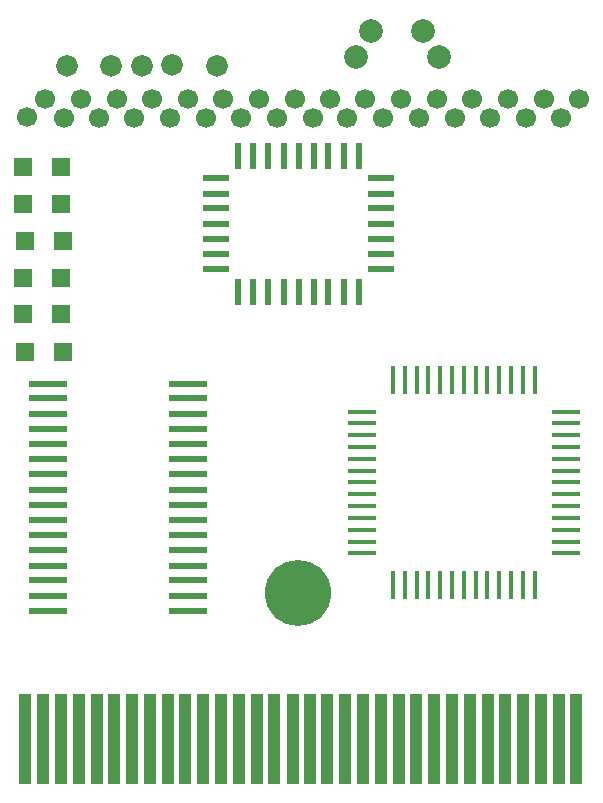
<source format=gbr>
%TF.GenerationSoftware,KiCad,Pcbnew,(6.0.2)*%
%TF.CreationDate,2022-10-22T11:53:18-05:00*%
%TF.ProjectId,REF1222 Optimized,52454631-3232-4322-904f-7074696d697a,rev?*%
%TF.SameCoordinates,Original*%
%TF.FileFunction,Soldermask,Top*%
%TF.FilePolarity,Negative*%
%FSLAX46Y46*%
G04 Gerber Fmt 4.6, Leading zero omitted, Abs format (unit mm)*
G04 Created by KiCad (PCBNEW (6.0.2)) date 2022-10-22 11:53:18*
%MOMM*%
%LPD*%
G01*
G04 APERTURE LIST*
%ADD10O,2.460000X0.360000*%
%ADD11O,0.360000X2.460000*%
%ADD12R,1.500000X1.500000*%
%ADD13C,1.700000*%
%ADD14R,1.030000X7.580000*%
%ADD15C,5.600000*%
%ADD16R,2.220000X0.600000*%
%ADD17R,0.600000X2.220000*%
%ADD18C,2.000000*%
%ADD19C,1.830000*%
%ADD20R,3.250000X0.600000*%
G04 APERTURE END LIST*
D10*
%TO.C,U3*%
X150184000Y-95791000D03*
X150184000Y-96791000D03*
X150184000Y-97791000D03*
X150184000Y-98791000D03*
X150184000Y-99791000D03*
X150184000Y-100791000D03*
X150184000Y-101791000D03*
X150184000Y-102791000D03*
X150184000Y-103791000D03*
X150184000Y-104791000D03*
X150184000Y-105791000D03*
X150184000Y-106791000D03*
X150184000Y-107791000D03*
D11*
X152834000Y-110441000D03*
X153834000Y-110441000D03*
X154834000Y-110441000D03*
X155834000Y-110441000D03*
X156834000Y-110441000D03*
X157834000Y-110441000D03*
X158834000Y-110441000D03*
X159834000Y-110441000D03*
X160834000Y-110441000D03*
X161834000Y-110441000D03*
X162834000Y-110441000D03*
X163834000Y-110441000D03*
X164834000Y-110441000D03*
D10*
X167484000Y-107791000D03*
X167484000Y-106791000D03*
X167484000Y-105791000D03*
X167484000Y-104791000D03*
X167484000Y-103791000D03*
X167484000Y-102791000D03*
X167484000Y-101791000D03*
X167484000Y-100791000D03*
X167484000Y-99791000D03*
X167484000Y-98791000D03*
X167484000Y-97791000D03*
X167484000Y-96791000D03*
X167484000Y-95791000D03*
D11*
X164834000Y-93141000D03*
X163834000Y-93141000D03*
X162834000Y-93141000D03*
X161834000Y-93141000D03*
X160834000Y-93141000D03*
X159834000Y-93141000D03*
X158834000Y-93141000D03*
X157834000Y-93141000D03*
X156834000Y-93141000D03*
X155834000Y-93141000D03*
X154834000Y-93141000D03*
X153834000Y-93141000D03*
X152834000Y-93141000D03*
%TD*%
D12*
%TO.C,R1*%
X121529500Y-78239000D03*
X124746500Y-78241000D03*
%TD*%
D13*
%TO.C,J2*%
X168562000Y-69352000D03*
X167054000Y-70902000D03*
X165586000Y-69347000D03*
X164080000Y-70903000D03*
X162568000Y-69354000D03*
X161064000Y-70903000D03*
X159555000Y-69353000D03*
X158085000Y-70902000D03*
X156542000Y-69354000D03*
X155030000Y-70902000D03*
X153523000Y-69352000D03*
X152014000Y-70902000D03*
X150507000Y-69353000D03*
X148960000Y-70900000D03*
X147530000Y-69352000D03*
X146022000Y-70899000D03*
X144513000Y-69312300D03*
X143004800Y-70899800D03*
X141498000Y-69311000D03*
X139988600Y-70899800D03*
X138482000Y-69314000D03*
X137015000Y-70899000D03*
X135464200Y-69312300D03*
X133915000Y-70899000D03*
X132449000Y-69311000D03*
X130938000Y-70901000D03*
X129427000Y-69349000D03*
X127923000Y-70898000D03*
X126453000Y-69350000D03*
X124949000Y-70902000D03*
X123401000Y-69351000D03*
X121890000Y-70859000D03*
%TD*%
D12*
%TO.C,C2*%
X121654000Y-81335000D03*
X124871000Y-81337000D03*
%TD*%
%TO.C,R2*%
X121533000Y-84511000D03*
X124750000Y-84513000D03*
%TD*%
%TO.C,C1*%
X121532500Y-75063000D03*
X124749500Y-75065000D03*
%TD*%
D14*
%TO.C,J1*%
X121694000Y-123521000D03*
X123237000Y-123521000D03*
X124744000Y-123516000D03*
X126254000Y-123512000D03*
X127761000Y-123512000D03*
X129232000Y-123512000D03*
X130739000Y-123512000D03*
X132245000Y-123512000D03*
X133752000Y-123494000D03*
X135258000Y-123504000D03*
X136765000Y-123504000D03*
X138272000Y-123516000D03*
X139790000Y-123516000D03*
X141294000Y-123521000D03*
X142801000Y-123521000D03*
X144344000Y-123521000D03*
X145815000Y-123521000D03*
X147286000Y-123521000D03*
X148811000Y-123521000D03*
X150301000Y-123511000D03*
X151808000Y-123511000D03*
X153315000Y-123511000D03*
X154822000Y-123511000D03*
X156339000Y-123509000D03*
X157846000Y-123509000D03*
X159389000Y-123520000D03*
X160872000Y-123520000D03*
X162362000Y-123503000D03*
X163881000Y-123503000D03*
X165340000Y-123503000D03*
X166859000Y-123515000D03*
X168366000Y-123515000D03*
%TD*%
D15*
%TO.C,Hole*%
X144792000Y-111181000D03*
%TD*%
D16*
%TO.C,U1*%
X151845000Y-79900000D03*
X151842000Y-78589000D03*
X151845000Y-77362000D03*
X151845000Y-76044000D03*
D17*
X149943000Y-74148000D03*
X148673000Y-74143000D03*
X147362000Y-74145000D03*
X146130000Y-74143000D03*
X144866000Y-74143000D03*
X143590000Y-74143000D03*
X142280000Y-74148000D03*
X141012000Y-74145000D03*
X139740000Y-74145000D03*
D16*
X137835000Y-76050000D03*
X137837000Y-77359000D03*
X137835000Y-78587000D03*
X137835000Y-79900000D03*
X137835000Y-81167000D03*
X137835000Y-82478000D03*
X137835000Y-83747000D03*
D17*
X139741000Y-85653000D03*
X141013000Y-85653000D03*
X142285000Y-85654000D03*
X143590000Y-85654000D03*
X144859000Y-85654000D03*
X146131000Y-85654000D03*
X147363000Y-85653000D03*
X148670000Y-85655000D03*
X149942000Y-85651000D03*
D16*
X151845000Y-83746000D03*
X151845000Y-82483000D03*
X151845000Y-81206000D03*
%TD*%
D12*
%TO.C,C3*%
X121652000Y-90739000D03*
X124869000Y-90741000D03*
%TD*%
D18*
%TO.C,SW1*%
X149668800Y-65737400D03*
X150942800Y-63553400D03*
X155383800Y-63557400D03*
X156693800Y-65742400D03*
%TD*%
D12*
%TO.C,R3*%
X121530000Y-87565000D03*
X124747000Y-87567000D03*
%TD*%
D19*
%TO.C,J3*%
X128995000Y-66492000D03*
X131573000Y-66489000D03*
X134116000Y-66484000D03*
X125222000Y-66490000D03*
X137966000Y-66491000D03*
%TD*%
D20*
%TO.C,U2*%
X135456000Y-112652000D03*
X135452000Y-111377000D03*
X135457000Y-110072000D03*
X135453000Y-108843000D03*
X135450000Y-107529000D03*
X135458000Y-106216000D03*
X135451000Y-104948000D03*
X135455000Y-103679000D03*
X135455000Y-102409000D03*
X135455000Y-101102000D03*
X135455000Y-99786000D03*
X135455000Y-98522000D03*
X135455000Y-97247000D03*
X135455000Y-95983000D03*
X135451000Y-94674000D03*
X135459000Y-93439000D03*
X123585000Y-93437000D03*
X123585000Y-94669000D03*
X123585000Y-95978000D03*
X123585000Y-97250000D03*
X123585000Y-98520000D03*
X123585000Y-99786000D03*
X123585000Y-101100000D03*
X123589000Y-102407000D03*
X123585000Y-103679000D03*
X123589000Y-104952000D03*
X123589000Y-106220000D03*
X123585000Y-107528000D03*
X123585000Y-108842000D03*
X123592000Y-110070000D03*
X123589000Y-111376000D03*
X123585000Y-112651000D03*
%TD*%
M02*

</source>
